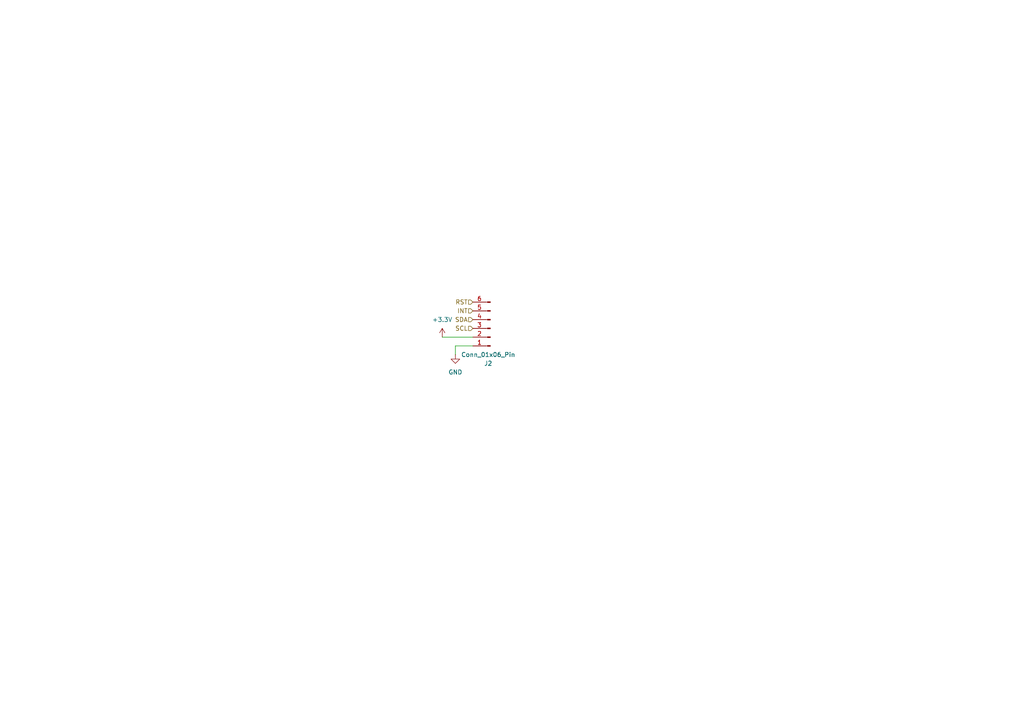
<source format=kicad_sch>
(kicad_sch (version 20231120) (generator "eeschema") (generator_version "8.0")
  (paper "A4")
  (lib_symbols
    (symbol "Connector:Conn_01x06_Pin" (pin_names (offset 1.016) hide)
      (property "Reference" "J" (at 0 7.62 0))
      (property "Value" "Conn_01x06_Pin" (at 0 -10.16 0))
      (symbol "Conn_01x06_Pin_1_1"
        (polyline (pts (xy 1.27 -7.62) (xy 0.8636 -7.62)) (stroke (width 0.1524)))
        (polyline (pts (xy 1.27 -5.08) (xy 0.8636 -5.08)) (stroke (width 0.1524)))
        (polyline (pts (xy 1.27 -2.54) (xy 0.8636 -2.54)) (stroke (width 0.1524)))
        (polyline (pts (xy 1.27 0) (xy 0.8636 0)) (stroke (width 0.1524)))
        (polyline (pts (xy 1.27 2.54) (xy 0.8636 2.54)) (stroke (width 0.1524)))
        (polyline (pts (xy 1.27 5.08) (xy 0.8636 5.08)) (stroke (width 0.1524)))
        (rectangle (start 0.8636 -7.493) (end 0 -7.747) (stroke (width 0.1524)) (fill (type outline)))
        (rectangle (start 0.8636 -4.953) (end 0 -5.207) (stroke (width 0.1524)) (fill (type outline)))
        (rectangle (start 0.8636 -2.413) (end 0 -2.667) (stroke (width 0.1524)) (fill (type outline)))
        (rectangle (start 0.8636 0.127) (end 0 -0.127) (stroke (width 0.1524)) (fill (type outline)))
        (rectangle (start 0.8636 2.667) (end 0 2.413) (stroke (width 0.1524)) (fill (type outline)))
        (rectangle (start 0.8636 5.207) (end 0 4.953) (stroke (width 0.1524)) (fill (type outline)))
        (pin passive line (at 5.08 5.08 180) (length 3.81) (name "Pin_1") (number "1"))
        (pin passive line (at 5.08 2.54 180) (length 3.81) (name "Pin_2") (number "2"))
        (pin passive line (at 5.08 0 180) (length 3.81) (name "Pin_3") (number "3"))
        (pin passive line (at 5.08 -2.54 180) (length 3.81) (name "Pin_4") (number "4"))
        (pin passive line (at 5.08 -5.08 180) (length 3.81) (name "Pin_5") (number "5"))
        (pin passive line (at 5.08 -7.62 180) (length 3.81) (name "Pin_6") (number "6"))
      )
    )
    (symbol "power:+3.3V" (power) (pin_numbers hide) (pin_names (offset 0) hide)
      (property "Value" "+3.3V" (at 0 3.556 0))
      (symbol "+3.3V_0_1"
        (polyline (pts (xy -0.762 1.27) (xy 0 2.54)))
        (polyline (pts (xy 0 0) (xy 0 2.54)))
        (polyline (pts (xy 0 2.54) (xy 0.762 1.27)))
      )
      (symbol "+3.3V_1_1"
        (pin power_in line (at 0 0 90) (length 0) (name "~") (number "1"))
      )
    )
    (symbol "power:GND" (power) (pin_numbers hide) (pin_names (offset 0) hide)
      (property "Value" "GND" (at 0 -3.81 0))
      (symbol "GND_0_1"
        (polyline (pts (xy 0 0) (xy 0 -1.27) (xy 1.27 -1.27) (xy 0 -2.54) (xy -1.27 -1.27) (xy 0 -1.27)))
      )
      (symbol "GND_1_1"
        (pin power_in line (at 0 0 270) (length 0) (name "~") (number "1"))
      )
    )
  )
  (wire (pts (xy 132.08 100.33) (xy 132.08 102.87)))
  (wire (pts (xy 128.27 97.79) (xy 137.16 97.79)))
  (wire (pts (xy 137.16 100.33) (xy 132.08 100.33)))
  (hierarchical_label "SDA" (shape input) (at 137.16 92.71 180))
  (hierarchical_label "INT" (shape input) (at 137.16 90.17 180))
  (hierarchical_label "RST" (shape input) (at 137.16 87.63 180))
  (hierarchical_label "SCL" (shape input) (at 137.16 95.25 180))
  (symbol (lib_id "power:+3.3V") (at 128.27 97.79 0) (unit 1)
    (property "Reference" "#PWR04" (effects (hide yes)))
    (property "Value" "+3.3V" (at 128.27 92.71 0))
    (property "Description" "Power symbol creates a global label with name \"+3.3V\"" (effects (hide yes)))
  )
  (symbol (lib_id "power:GND") (at 132.08 102.87 0) (unit 1)
    (property "Reference" "#PWR03" (effects (hide yes)))
    (property "Value" "GND" (at 132.08 107.95 0))
    (property "Description" "Power symbol creates a global label with name \"GND\" , ground" (effects (hide yes)))
  )
  (symbol (lib_id "Connector:Conn_01x06_Pin") (at 142.24 95.25 180) (unit 1)
    (property "Reference" "J2" (at 141.605 105.41 0))
    (property "Value" "Conn_01x06_Pin" (at 141.605 102.87 0))
    (property "Footprint" "Connector_PinHeader_2.54mm:PinHeader_1x06_P2.54mm_Vertical" (effects (hide yes)))
    (property "Description" "Generic connector, single row, 01x06, script generated" (effects (hide yes)))
  )
)
</source>
